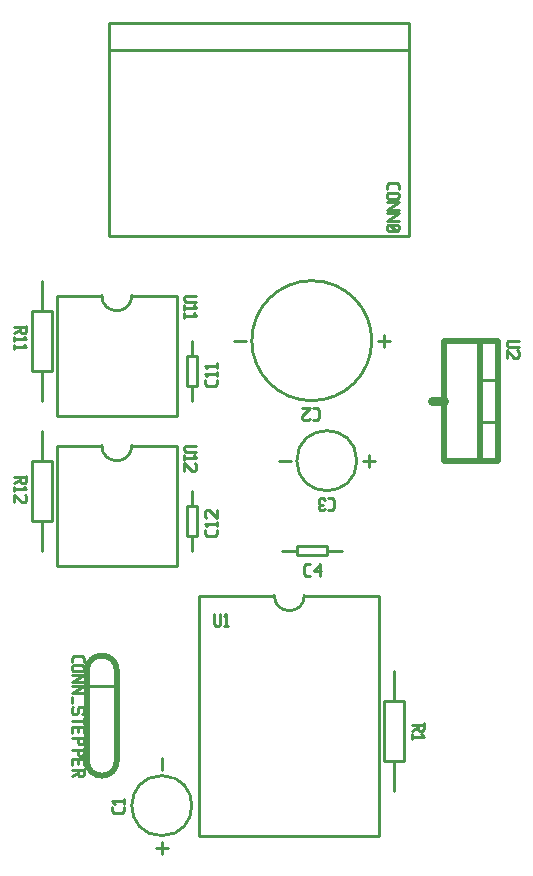
<source format=gbr>
G04 start of page 9 for group -4079 idx -4079 *
G04 Title: driver, topsilk *
G04 Creator: pcb 20140316 *
G04 CreationDate: Sat 06 Feb 2016 05:28:39 PM GMT UTC *
G04 For: rxdtxd *
G04 Format: Gerber/RS-274X *
G04 PCB-Dimensions (mil): 1800.00 3000.00 *
G04 PCB-Coordinate-Origin: lower left *
%MOIN*%
%FSLAX25Y25*%
%LNTOPSILK*%
%ADD54C,0.0300*%
%ADD53C,0.0200*%
%ADD52C,0.0100*%
G54D52*X132000Y200000D02*X136000D01*
X134000Y202000D02*Y198000D01*
X84000Y200000D02*X88000D01*
X130000D02*G75*G03X130000Y200000I-20000J0D01*G01*
X70000Y185000D02*Y180000D01*
Y200000D02*Y195000D01*
X68400D02*Y185000D01*
Y195000D02*X71600D01*
Y185000D01*
X68400D02*X71600D01*
X25000Y215000D02*Y175000D01*
X65000D01*
Y215000D01*
X25000D02*X40000D01*
X50000D02*X65000D01*
X40000D02*G75*G03X50000Y215000I5000J0D01*G01*
G54D53*X172000Y200000D02*Y160000D01*
X154000D02*X172000D01*
X154000Y200000D02*Y160000D01*
Y200000D02*X172000D01*
Y160000D01*
X166000D02*X172000D01*
X166000Y200000D02*Y160000D01*
Y200000D02*X172000D01*
G54D52*X166000Y187000D02*X172000D01*
X166000Y173000D02*X172000D01*
G54D54*X150000Y180000D02*X154000D01*
G54D52*X42500Y297000D02*X142500D01*
X42500Y306000D02*Y235000D01*
X142500D01*
Y306000D02*Y235000D01*
X42500Y306000D02*X142500D01*
X20000Y170000D02*Y160000D01*
Y140000D02*Y130000D01*
X23300Y160000D02*Y140000D01*
X16700D02*X23300D01*
X16700Y160000D02*Y140000D01*
Y160000D02*X23300D01*
X20000Y220000D02*Y210000D01*
Y190000D02*Y180000D01*
X23300Y210000D02*Y190000D01*
X16700D02*X23300D01*
X16700Y210000D02*Y190000D01*
Y210000D02*X23300D01*
X100000Y130000D02*X105000D01*
X115000D02*X120000D01*
X105000Y131600D02*X115000D01*
Y128400D01*
X105000D01*
Y131600D01*
X25000Y165000D02*Y125000D01*
X65000D01*
Y165000D01*
X25000D02*X40000D01*
X50000D02*X65000D01*
X40000D02*G75*G03X50000Y165000I5000J0D01*G01*
X70000Y135000D02*Y130000D01*
Y150000D02*Y145000D01*
X68400D02*Y135000D01*
Y145000D02*X71600D01*
Y135000D01*
X68400D02*X71600D01*
X127000Y160000D02*X131000D01*
X129000Y162000D02*Y158000D01*
X99000Y160000D02*X103000D01*
X125000D02*G75*G03X125000Y160000I-10000J0D01*G01*
X72500Y115000D02*X97500D01*
X107500D02*X132500D01*
Y35000D01*
X72500D01*
Y115000D01*
X97500D02*G75*G03X107500Y115000I5000J0D01*G01*
X60000Y33000D02*Y29000D01*
X58000Y31000D02*X62000D01*
X60000Y61000D02*Y57000D01*
Y35000D02*G75*G03X60000Y35000I0J10000D01*G01*
X137500Y90000D02*Y80000D01*
Y60000D02*Y50000D01*
X140800Y80000D02*Y60000D01*
X134200D02*X140800D01*
X134200Y80000D02*Y60000D01*
Y80000D02*X140800D01*
G54D53*X35000Y90000D02*Y60000D01*
X45000Y90000D02*Y60000D01*
G54D52*X35000Y85000D02*X45000D01*
G54D53*Y90000D02*G75*G03X35000Y90000I-5000J0D01*G01*
Y60000D02*G75*G03X45000Y60000I5000J0D01*G01*
G54D52*X110500Y177500D02*X111800D01*
X112500Y176800D02*X111800Y177500D01*
X112500Y176800D02*Y174200D01*
X111800Y173500D01*
X110500D02*X111800D01*
X109300Y174000D02*X108800Y173500D01*
X107300D02*X108800D01*
X107300D02*X106800Y174000D01*
Y175000D02*Y174000D01*
X109300Y177500D02*X106800Y175000D01*
Y177500D02*X109300D01*
X108200Y121600D02*X109500D01*
X107500Y122300D02*X108200Y121600D01*
X107500Y124900D02*Y122300D01*
Y124900D02*X108200Y125600D01*
X109500D01*
X110700Y123100D02*X112700Y125600D01*
X110700Y123100D02*X113200D01*
X112700Y125600D02*Y121600D01*
X78400Y187000D02*Y185700D01*
X77700Y185000D02*X78400Y185700D01*
X75100Y185000D02*X77700D01*
X75100D02*X74400Y185700D01*
Y187000D02*Y185700D01*
X75200Y188200D02*X74400Y189000D01*
X78400D01*
Y189700D02*Y188200D01*
X75200Y190900D02*X74400Y191700D01*
X78400D01*
Y192400D02*Y190900D01*
X68000Y165000D02*X71500D01*
X68000D02*X67500Y164500D01*
Y163500D01*
X68000Y163000D01*
X71500D01*
X70700Y161800D02*X71500Y161000D01*
X67500D02*X71500D01*
X67500Y161800D02*Y160300D01*
X71000Y159100D02*X71500Y158600D01*
Y157100D01*
X71000Y156600D01*
X70000D02*X71000D01*
X67500Y159100D02*X70000Y156600D01*
X67500Y159100D02*Y156600D01*
X78400Y137000D02*Y135700D01*
X77700Y135000D02*X78400Y135700D01*
X75100Y135000D02*X77700D01*
X75100D02*X74400Y135700D01*
Y137000D02*Y135700D01*
X75200Y138200D02*X74400Y139000D01*
X78400D01*
Y139700D02*Y138200D01*
X74900Y140900D02*X74400Y141400D01*
Y142900D02*Y141400D01*
Y142900D02*X74900Y143400D01*
X75900D01*
X78400Y140900D02*X75900Y143400D01*
X78400D02*Y140900D01*
X135000Y251800D02*Y250500D01*
X135700Y252500D02*X135000Y251800D01*
X135700Y252500D02*X138300D01*
X139000Y251800D01*
Y250500D01*
X135500Y249300D02*X138500D01*
X139000Y248800D01*
Y247800D01*
X138500Y247300D01*
X135500D02*X138500D01*
X135000Y247800D02*X135500Y247300D01*
X135000Y248800D02*Y247800D01*
X135500Y249300D02*X135000Y248800D01*
Y246100D02*X139000D01*
X135000Y243600D01*
X139000D01*
X135000Y242400D02*X139000D01*
X135000Y239900D01*
X139000D01*
X135500Y238700D02*X135000Y238200D01*
X135500Y238700D02*X138500D01*
X139000Y238200D01*
Y237200D01*
X138500Y236700D01*
X135500D02*X138500D01*
X135000Y237200D02*X135500Y236700D01*
X135000Y238200D02*Y237200D01*
X136000Y238700D02*X138000Y236700D01*
X68000Y215000D02*X71500D01*
X68000D02*X67500Y214500D01*
Y213500D01*
X68000Y213000D01*
X71500D01*
X70700Y211800D02*X71500Y211000D01*
X67500D02*X71500D01*
X67500Y211800D02*Y210300D01*
X70700Y209100D02*X71500Y208300D01*
X67500D02*X71500D01*
X67500Y209100D02*Y207600D01*
X14800Y155000D02*Y153000D01*
X14300Y152500D01*
X13300D02*X14300D01*
X12800Y153000D02*X13300Y152500D01*
X12800Y154500D02*Y153000D01*
X10800Y154500D02*X14800D01*
X12800Y153700D02*X10800Y152500D01*
X14000Y151300D02*X14800Y150500D01*
X10800D02*X14800D01*
X10800Y151300D02*Y149800D01*
X14300Y148600D02*X14800Y148100D01*
Y146600D01*
X14300Y146100D01*
X13300D02*X14300D01*
X10800Y148600D02*X13300Y146100D01*
X10800Y148600D02*Y146100D01*
X14800Y205000D02*Y203000D01*
X14300Y202500D01*
X13300D02*X14300D01*
X12800Y203000D02*X13300Y202500D01*
X12800Y204500D02*Y203000D01*
X10800Y204500D02*X14800D01*
X12800Y203700D02*X10800Y202500D01*
X14000Y201300D02*X14800Y200500D01*
X10800D02*X14800D01*
X10800Y201300D02*Y199800D01*
X14000Y198600D02*X14800Y197800D01*
X10800D02*X14800D01*
X10800Y198600D02*Y197100D01*
X175500Y200000D02*X179000D01*
X175500D02*X175000Y199500D01*
Y198500D01*
X175500Y198000D01*
X179000D01*
X178500Y196800D02*X179000Y196300D01*
Y194800D01*
X178500Y194300D01*
X177500D02*X178500D01*
X175000Y196800D02*X177500Y194300D01*
X175000Y196800D02*Y194300D01*
X115500Y147500D02*X116800D01*
X117500Y146800D02*X116800Y147500D01*
X117500Y146800D02*Y144200D01*
X116800Y143500D01*
X115500D02*X116800D01*
X114300Y144000D02*X113800Y143500D01*
X112800D02*X113800D01*
X112800D02*X112300Y144000D01*
X112800Y147500D02*X112300Y147000D01*
X112800Y147500D02*X113800D01*
X114300Y147000D02*X113800Y147500D01*
X112800Y145300D02*X113800D01*
X112300Y144800D02*Y144000D01*
Y147000D02*Y145800D01*
X112800Y145300D01*
X112300Y144800D02*X112800Y145300D01*
X147300Y72500D02*Y70500D01*
X146800Y70000D01*
X145800D02*X146800D01*
X145300Y70500D02*X145800Y70000D01*
X145300Y72000D02*Y70500D01*
X143300Y72000D02*X147300D01*
X145300Y71200D02*X143300Y70000D01*
X146500Y68800D02*X147300Y68000D01*
X143300D02*X147300D01*
X143300Y68800D02*Y67300D01*
X77500Y109000D02*Y105500D01*
X78000Y105000D01*
X79000D01*
X79500Y105500D01*
Y109000D02*Y105500D01*
X80700Y108200D02*X81500Y109000D01*
Y105000D01*
X80700D02*X82200D01*
X47500Y44500D02*Y43200D01*
X46800Y42500D02*X47500Y43200D01*
X44200Y42500D02*X46800D01*
X44200D02*X43500Y43200D01*
Y44500D02*Y43200D01*
X44300Y45700D02*X43500Y46500D01*
X47500D01*
Y47200D02*Y45700D01*
X30000Y94300D02*Y93000D01*
X30700Y95000D02*X30000Y94300D01*
X30700Y95000D02*X33300D01*
X34000Y94300D01*
Y93000D01*
X30500Y91800D02*X33500D01*
X34000Y91300D01*
Y90300D01*
X33500Y89800D01*
X30500D02*X33500D01*
X30000Y90300D02*X30500Y89800D01*
X30000Y91300D02*Y90300D01*
X30500Y91800D02*X30000Y91300D01*
Y88600D02*X34000D01*
X30000Y86100D01*
X34000D01*
X30000Y84900D02*X34000D01*
X30000Y82400D01*
X34000D01*
X30000Y81200D02*Y79200D01*
X34000Y76000D02*X33500Y75500D01*
X34000Y77500D02*Y76000D01*
X33500Y78000D02*X34000Y77500D01*
X32500Y78000D02*X33500D01*
X32500D02*X32000Y77500D01*
Y76000D01*
X31500Y75500D01*
X30500D02*X31500D01*
X30000Y76000D02*X30500Y75500D01*
X30000Y77500D02*Y76000D01*
X30500Y78000D02*X30000Y77500D01*
X34000Y74300D02*Y72300D01*
X30000Y73300D02*X34000D01*
X32200Y71100D02*Y69600D01*
X30000Y71100D02*Y69100D01*
Y71100D02*X34000D01*
Y69100D01*
X30000Y67400D02*X34000D01*
Y67900D02*Y65900D01*
X33500Y65400D01*
X32500D02*X33500D01*
X32000Y65900D02*X32500Y65400D01*
X32000Y67400D02*Y65900D01*
X30000Y63700D02*X34000D01*
Y64200D02*Y62200D01*
X33500Y61700D01*
X32500D02*X33500D01*
X32000Y62200D02*X32500Y61700D01*
X32000Y63700D02*Y62200D01*
X32200Y60500D02*Y59000D01*
X30000Y60500D02*Y58500D01*
Y60500D02*X34000D01*
Y58500D01*
Y57300D02*Y55300D01*
X33500Y54800D01*
X32500D02*X33500D01*
X32000Y55300D02*X32500Y54800D01*
X32000Y56800D02*Y55300D01*
X30000Y56800D02*X34000D01*
X32000Y56000D02*X30000Y54800D01*
M02*

</source>
